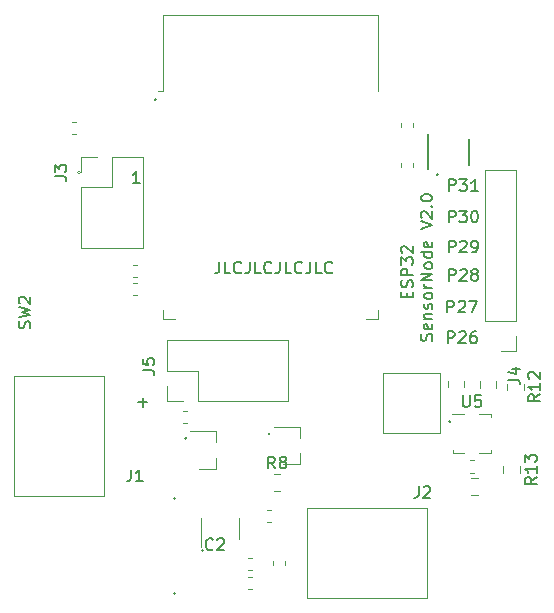
<source format=gbr>
G04 #@! TF.GenerationSoftware,KiCad,Pcbnew,5.1.5+dfsg1-2build2*
G04 #@! TF.CreationDate,2021-08-01T10:53:42+02:00*
G04 #@! TF.ProjectId,Sensor_Nodes,53656e73-6f72-45f4-9e6f-6465732e6b69,rev?*
G04 #@! TF.SameCoordinates,Original*
G04 #@! TF.FileFunction,Legend,Top*
G04 #@! TF.FilePolarity,Positive*
%FSLAX46Y46*%
G04 Gerber Fmt 4.6, Leading zero omitted, Abs format (unit mm)*
G04 Created by KiCad (PCBNEW 5.1.5+dfsg1-2build2) date 2021-08-01 10:53:42*
%MOMM*%
%LPD*%
G04 APERTURE LIST*
%ADD10C,0.120000*%
%ADD11C,0.150000*%
G04 APERTURE END LIST*
D10*
X114550000Y-77950000D02*
G75*
G03X114550000Y-77950000I-100000J0D01*
G01*
X130650000Y-100100000D02*
G75*
G03X130650000Y-100100000I-100000J0D01*
G01*
X123600000Y-100450000D02*
G75*
G03X123600000Y-100450000I-100000J0D01*
G01*
X122661803Y-113600000D02*
G75*
G03X122661803Y-113600000I-111803J0D01*
G01*
X122661803Y-105550000D02*
G75*
G03X122661803Y-105550000I-111803J0D01*
G01*
D11*
X126330952Y-85502380D02*
X126330952Y-86216666D01*
X126283333Y-86359523D01*
X126188095Y-86454761D01*
X126045238Y-86502380D01*
X125950000Y-86502380D01*
X127283333Y-86502380D02*
X126807142Y-86502380D01*
X126807142Y-85502380D01*
X128188095Y-86407142D02*
X128140476Y-86454761D01*
X127997619Y-86502380D01*
X127902380Y-86502380D01*
X127759523Y-86454761D01*
X127664285Y-86359523D01*
X127616666Y-86264285D01*
X127569047Y-86073809D01*
X127569047Y-85930952D01*
X127616666Y-85740476D01*
X127664285Y-85645238D01*
X127759523Y-85550000D01*
X127902380Y-85502380D01*
X127997619Y-85502380D01*
X128140476Y-85550000D01*
X128188095Y-85597619D01*
X128902380Y-85502380D02*
X128902380Y-86216666D01*
X128854761Y-86359523D01*
X128759523Y-86454761D01*
X128616666Y-86502380D01*
X128521428Y-86502380D01*
X129854761Y-86502380D02*
X129378571Y-86502380D01*
X129378571Y-85502380D01*
X130759523Y-86407142D02*
X130711904Y-86454761D01*
X130569047Y-86502380D01*
X130473809Y-86502380D01*
X130330952Y-86454761D01*
X130235714Y-86359523D01*
X130188095Y-86264285D01*
X130140476Y-86073809D01*
X130140476Y-85930952D01*
X130188095Y-85740476D01*
X130235714Y-85645238D01*
X130330952Y-85550000D01*
X130473809Y-85502380D01*
X130569047Y-85502380D01*
X130711904Y-85550000D01*
X130759523Y-85597619D01*
X131473809Y-85502380D02*
X131473809Y-86216666D01*
X131426190Y-86359523D01*
X131330952Y-86454761D01*
X131188095Y-86502380D01*
X131092857Y-86502380D01*
X132426190Y-86502380D02*
X131950000Y-86502380D01*
X131950000Y-85502380D01*
X133330952Y-86407142D02*
X133283333Y-86454761D01*
X133140476Y-86502380D01*
X133045238Y-86502380D01*
X132902380Y-86454761D01*
X132807142Y-86359523D01*
X132759523Y-86264285D01*
X132711904Y-86073809D01*
X132711904Y-85930952D01*
X132759523Y-85740476D01*
X132807142Y-85645238D01*
X132902380Y-85550000D01*
X133045238Y-85502380D01*
X133140476Y-85502380D01*
X133283333Y-85550000D01*
X133330952Y-85597619D01*
X134045238Y-85502380D02*
X134045238Y-86216666D01*
X133997619Y-86359523D01*
X133902380Y-86454761D01*
X133759523Y-86502380D01*
X133664285Y-86502380D01*
X134997619Y-86502380D02*
X134521428Y-86502380D01*
X134521428Y-85502380D01*
X135902380Y-86407142D02*
X135854761Y-86454761D01*
X135711904Y-86502380D01*
X135616666Y-86502380D01*
X135473809Y-86454761D01*
X135378571Y-86359523D01*
X135330952Y-86264285D01*
X135283333Y-86073809D01*
X135283333Y-85930952D01*
X135330952Y-85740476D01*
X135378571Y-85645238D01*
X135473809Y-85550000D01*
X135616666Y-85502380D01*
X135711904Y-85502380D01*
X135854761Y-85550000D01*
X135902380Y-85597619D01*
X142203571Y-88523809D02*
X142203571Y-88190476D01*
X142727380Y-88047619D02*
X142727380Y-88523809D01*
X141727380Y-88523809D01*
X141727380Y-88047619D01*
X142679761Y-87666666D02*
X142727380Y-87523809D01*
X142727380Y-87285714D01*
X142679761Y-87190476D01*
X142632142Y-87142857D01*
X142536904Y-87095238D01*
X142441666Y-87095238D01*
X142346428Y-87142857D01*
X142298809Y-87190476D01*
X142251190Y-87285714D01*
X142203571Y-87476190D01*
X142155952Y-87571428D01*
X142108333Y-87619047D01*
X142013095Y-87666666D01*
X141917857Y-87666666D01*
X141822619Y-87619047D01*
X141775000Y-87571428D01*
X141727380Y-87476190D01*
X141727380Y-87238095D01*
X141775000Y-87095238D01*
X142727380Y-86666666D02*
X141727380Y-86666666D01*
X141727380Y-86285714D01*
X141775000Y-86190476D01*
X141822619Y-86142857D01*
X141917857Y-86095238D01*
X142060714Y-86095238D01*
X142155952Y-86142857D01*
X142203571Y-86190476D01*
X142251190Y-86285714D01*
X142251190Y-86666666D01*
X141727380Y-85761904D02*
X141727380Y-85142857D01*
X142108333Y-85476190D01*
X142108333Y-85333333D01*
X142155952Y-85238095D01*
X142203571Y-85190476D01*
X142298809Y-85142857D01*
X142536904Y-85142857D01*
X142632142Y-85190476D01*
X142679761Y-85238095D01*
X142727380Y-85333333D01*
X142727380Y-85619047D01*
X142679761Y-85714285D01*
X142632142Y-85761904D01*
X141822619Y-84761904D02*
X141775000Y-84714285D01*
X141727380Y-84619047D01*
X141727380Y-84380952D01*
X141775000Y-84285714D01*
X141822619Y-84238095D01*
X141917857Y-84190476D01*
X142013095Y-84190476D01*
X142155952Y-84238095D01*
X142727380Y-84809523D01*
X142727380Y-84190476D01*
X144329761Y-92190476D02*
X144377380Y-92047619D01*
X144377380Y-91809523D01*
X144329761Y-91714285D01*
X144282142Y-91666666D01*
X144186904Y-91619047D01*
X144091666Y-91619047D01*
X143996428Y-91666666D01*
X143948809Y-91714285D01*
X143901190Y-91809523D01*
X143853571Y-92000000D01*
X143805952Y-92095238D01*
X143758333Y-92142857D01*
X143663095Y-92190476D01*
X143567857Y-92190476D01*
X143472619Y-92142857D01*
X143425000Y-92095238D01*
X143377380Y-92000000D01*
X143377380Y-91761904D01*
X143425000Y-91619047D01*
X144329761Y-90809523D02*
X144377380Y-90904761D01*
X144377380Y-91095238D01*
X144329761Y-91190476D01*
X144234523Y-91238095D01*
X143853571Y-91238095D01*
X143758333Y-91190476D01*
X143710714Y-91095238D01*
X143710714Y-90904761D01*
X143758333Y-90809523D01*
X143853571Y-90761904D01*
X143948809Y-90761904D01*
X144044047Y-91238095D01*
X143710714Y-90333333D02*
X144377380Y-90333333D01*
X143805952Y-90333333D02*
X143758333Y-90285714D01*
X143710714Y-90190476D01*
X143710714Y-90047619D01*
X143758333Y-89952380D01*
X143853571Y-89904761D01*
X144377380Y-89904761D01*
X144329761Y-89476190D02*
X144377380Y-89380952D01*
X144377380Y-89190476D01*
X144329761Y-89095238D01*
X144234523Y-89047619D01*
X144186904Y-89047619D01*
X144091666Y-89095238D01*
X144044047Y-89190476D01*
X144044047Y-89333333D01*
X143996428Y-89428571D01*
X143901190Y-89476190D01*
X143853571Y-89476190D01*
X143758333Y-89428571D01*
X143710714Y-89333333D01*
X143710714Y-89190476D01*
X143758333Y-89095238D01*
X144377380Y-88476190D02*
X144329761Y-88571428D01*
X144282142Y-88619047D01*
X144186904Y-88666666D01*
X143901190Y-88666666D01*
X143805952Y-88619047D01*
X143758333Y-88571428D01*
X143710714Y-88476190D01*
X143710714Y-88333333D01*
X143758333Y-88238095D01*
X143805952Y-88190476D01*
X143901190Y-88142857D01*
X144186904Y-88142857D01*
X144282142Y-88190476D01*
X144329761Y-88238095D01*
X144377380Y-88333333D01*
X144377380Y-88476190D01*
X144377380Y-87714285D02*
X143710714Y-87714285D01*
X143901190Y-87714285D02*
X143805952Y-87666666D01*
X143758333Y-87619047D01*
X143710714Y-87523809D01*
X143710714Y-87428571D01*
X144377380Y-87095238D02*
X143377380Y-87095238D01*
X144377380Y-86523809D01*
X143377380Y-86523809D01*
X144377380Y-85904761D02*
X144329761Y-86000000D01*
X144282142Y-86047619D01*
X144186904Y-86095238D01*
X143901190Y-86095238D01*
X143805952Y-86047619D01*
X143758333Y-86000000D01*
X143710714Y-85904761D01*
X143710714Y-85761904D01*
X143758333Y-85666666D01*
X143805952Y-85619047D01*
X143901190Y-85571428D01*
X144186904Y-85571428D01*
X144282142Y-85619047D01*
X144329761Y-85666666D01*
X144377380Y-85761904D01*
X144377380Y-85904761D01*
X144377380Y-84714285D02*
X143377380Y-84714285D01*
X144329761Y-84714285D02*
X144377380Y-84809523D01*
X144377380Y-85000000D01*
X144329761Y-85095238D01*
X144282142Y-85142857D01*
X144186904Y-85190476D01*
X143901190Y-85190476D01*
X143805952Y-85142857D01*
X143758333Y-85095238D01*
X143710714Y-85000000D01*
X143710714Y-84809523D01*
X143758333Y-84714285D01*
X144329761Y-83857142D02*
X144377380Y-83952380D01*
X144377380Y-84142857D01*
X144329761Y-84238095D01*
X144234523Y-84285714D01*
X143853571Y-84285714D01*
X143758333Y-84238095D01*
X143710714Y-84142857D01*
X143710714Y-83952380D01*
X143758333Y-83857142D01*
X143853571Y-83809523D01*
X143948809Y-83809523D01*
X144044047Y-84285714D01*
X143377380Y-82761904D02*
X144377380Y-82428571D01*
X143377380Y-82095238D01*
X143472619Y-81809523D02*
X143425000Y-81761904D01*
X143377380Y-81666666D01*
X143377380Y-81428571D01*
X143425000Y-81333333D01*
X143472619Y-81285714D01*
X143567857Y-81238095D01*
X143663095Y-81238095D01*
X143805952Y-81285714D01*
X144377380Y-81857142D01*
X144377380Y-81238095D01*
X144282142Y-80809523D02*
X144329761Y-80761904D01*
X144377380Y-80809523D01*
X144329761Y-80857142D01*
X144282142Y-80809523D01*
X144377380Y-80809523D01*
X143377380Y-80142857D02*
X143377380Y-80047619D01*
X143425000Y-79952380D01*
X143472619Y-79904761D01*
X143567857Y-79857142D01*
X143758333Y-79809523D01*
X143996428Y-79809523D01*
X144186904Y-79857142D01*
X144282142Y-79904761D01*
X144329761Y-79952380D01*
X144377380Y-80047619D01*
X144377380Y-80142857D01*
X144329761Y-80238095D01*
X144282142Y-80285714D01*
X144186904Y-80333333D01*
X143996428Y-80380952D01*
X143758333Y-80380952D01*
X143567857Y-80333333D01*
X143472619Y-80285714D01*
X143425000Y-80238095D01*
X143377380Y-80142857D01*
X119469047Y-97421428D02*
X120230952Y-97421428D01*
X119850000Y-97802380D02*
X119850000Y-97040476D01*
X119585714Y-78852380D02*
X119014285Y-78852380D01*
X119300000Y-78852380D02*
X119300000Y-77852380D01*
X119204761Y-77995238D01*
X119109523Y-78090476D01*
X119014285Y-78138095D01*
D10*
X125000000Y-109950000D02*
G75*
G03X125000000Y-109950000I-100000J0D01*
G01*
X145950000Y-99050000D02*
G75*
G03X145950000Y-99050000I-100000J0D01*
G01*
X144900000Y-78150000D02*
G75*
G03X144900000Y-78150000I-100000J0D01*
G01*
X121011803Y-71800000D02*
G75*
G03X121011803Y-71800000I-111803J0D01*
G01*
D11*
X145768714Y-79515380D02*
X145768714Y-78515380D01*
X146149666Y-78515380D01*
X146244904Y-78563000D01*
X146292523Y-78610619D01*
X146340142Y-78705857D01*
X146340142Y-78848714D01*
X146292523Y-78943952D01*
X146244904Y-78991571D01*
X146149666Y-79039190D01*
X145768714Y-79039190D01*
X146673476Y-78515380D02*
X147292523Y-78515380D01*
X146959190Y-78896333D01*
X147102047Y-78896333D01*
X147197285Y-78943952D01*
X147244904Y-78991571D01*
X147292523Y-79086809D01*
X147292523Y-79324904D01*
X147244904Y-79420142D01*
X147197285Y-79467761D01*
X147102047Y-79515380D01*
X146816333Y-79515380D01*
X146721095Y-79467761D01*
X146673476Y-79420142D01*
X148244904Y-79515380D02*
X147673476Y-79515380D01*
X147959190Y-79515380D02*
X147959190Y-78515380D01*
X147863952Y-78658238D01*
X147768714Y-78753476D01*
X147673476Y-78801095D01*
X145768714Y-82182380D02*
X145768714Y-81182380D01*
X146149666Y-81182380D01*
X146244904Y-81230000D01*
X146292523Y-81277619D01*
X146340142Y-81372857D01*
X146340142Y-81515714D01*
X146292523Y-81610952D01*
X146244904Y-81658571D01*
X146149666Y-81706190D01*
X145768714Y-81706190D01*
X146673476Y-81182380D02*
X147292523Y-81182380D01*
X146959190Y-81563333D01*
X147102047Y-81563333D01*
X147197285Y-81610952D01*
X147244904Y-81658571D01*
X147292523Y-81753809D01*
X147292523Y-81991904D01*
X147244904Y-82087142D01*
X147197285Y-82134761D01*
X147102047Y-82182380D01*
X146816333Y-82182380D01*
X146721095Y-82134761D01*
X146673476Y-82087142D01*
X147911571Y-81182380D02*
X148006809Y-81182380D01*
X148102047Y-81230000D01*
X148149666Y-81277619D01*
X148197285Y-81372857D01*
X148244904Y-81563333D01*
X148244904Y-81801428D01*
X148197285Y-81991904D01*
X148149666Y-82087142D01*
X148102047Y-82134761D01*
X148006809Y-82182380D01*
X147911571Y-82182380D01*
X147816333Y-82134761D01*
X147768714Y-82087142D01*
X147721095Y-81991904D01*
X147673476Y-81801428D01*
X147673476Y-81563333D01*
X147721095Y-81372857D01*
X147768714Y-81277619D01*
X147816333Y-81230000D01*
X147911571Y-81182380D01*
X145768714Y-84722380D02*
X145768714Y-83722380D01*
X146149666Y-83722380D01*
X146244904Y-83770000D01*
X146292523Y-83817619D01*
X146340142Y-83912857D01*
X146340142Y-84055714D01*
X146292523Y-84150952D01*
X146244904Y-84198571D01*
X146149666Y-84246190D01*
X145768714Y-84246190D01*
X146721095Y-83817619D02*
X146768714Y-83770000D01*
X146863952Y-83722380D01*
X147102047Y-83722380D01*
X147197285Y-83770000D01*
X147244904Y-83817619D01*
X147292523Y-83912857D01*
X147292523Y-84008095D01*
X147244904Y-84150952D01*
X146673476Y-84722380D01*
X147292523Y-84722380D01*
X147768714Y-84722380D02*
X147959190Y-84722380D01*
X148054428Y-84674761D01*
X148102047Y-84627142D01*
X148197285Y-84484285D01*
X148244904Y-84293809D01*
X148244904Y-83912857D01*
X148197285Y-83817619D01*
X148149666Y-83770000D01*
X148054428Y-83722380D01*
X147863952Y-83722380D01*
X147768714Y-83770000D01*
X147721095Y-83817619D01*
X147673476Y-83912857D01*
X147673476Y-84150952D01*
X147721095Y-84246190D01*
X147768714Y-84293809D01*
X147863952Y-84341428D01*
X148054428Y-84341428D01*
X148149666Y-84293809D01*
X148197285Y-84246190D01*
X148244904Y-84150952D01*
X145768714Y-87135380D02*
X145768714Y-86135380D01*
X146149666Y-86135380D01*
X146244904Y-86183000D01*
X146292523Y-86230619D01*
X146340142Y-86325857D01*
X146340142Y-86468714D01*
X146292523Y-86563952D01*
X146244904Y-86611571D01*
X146149666Y-86659190D01*
X145768714Y-86659190D01*
X146721095Y-86230619D02*
X146768714Y-86183000D01*
X146863952Y-86135380D01*
X147102047Y-86135380D01*
X147197285Y-86183000D01*
X147244904Y-86230619D01*
X147292523Y-86325857D01*
X147292523Y-86421095D01*
X147244904Y-86563952D01*
X146673476Y-87135380D01*
X147292523Y-87135380D01*
X147863952Y-86563952D02*
X147768714Y-86516333D01*
X147721095Y-86468714D01*
X147673476Y-86373476D01*
X147673476Y-86325857D01*
X147721095Y-86230619D01*
X147768714Y-86183000D01*
X147863952Y-86135380D01*
X148054428Y-86135380D01*
X148149666Y-86183000D01*
X148197285Y-86230619D01*
X148244904Y-86325857D01*
X148244904Y-86373476D01*
X148197285Y-86468714D01*
X148149666Y-86516333D01*
X148054428Y-86563952D01*
X147863952Y-86563952D01*
X147768714Y-86611571D01*
X147721095Y-86659190D01*
X147673476Y-86754428D01*
X147673476Y-86944904D01*
X147721095Y-87040142D01*
X147768714Y-87087761D01*
X147863952Y-87135380D01*
X148054428Y-87135380D01*
X148149666Y-87087761D01*
X148197285Y-87040142D01*
X148244904Y-86944904D01*
X148244904Y-86754428D01*
X148197285Y-86659190D01*
X148149666Y-86611571D01*
X148054428Y-86563952D01*
X145641714Y-89802380D02*
X145641714Y-88802380D01*
X146022666Y-88802380D01*
X146117904Y-88850000D01*
X146165523Y-88897619D01*
X146213142Y-88992857D01*
X146213142Y-89135714D01*
X146165523Y-89230952D01*
X146117904Y-89278571D01*
X146022666Y-89326190D01*
X145641714Y-89326190D01*
X146594095Y-88897619D02*
X146641714Y-88850000D01*
X146736952Y-88802380D01*
X146975047Y-88802380D01*
X147070285Y-88850000D01*
X147117904Y-88897619D01*
X147165523Y-88992857D01*
X147165523Y-89088095D01*
X147117904Y-89230952D01*
X146546476Y-89802380D01*
X147165523Y-89802380D01*
X147498857Y-88802380D02*
X148165523Y-88802380D01*
X147736952Y-89802380D01*
X145685714Y-92402380D02*
X145685714Y-91402380D01*
X146066666Y-91402380D01*
X146161904Y-91450000D01*
X146209523Y-91497619D01*
X146257142Y-91592857D01*
X146257142Y-91735714D01*
X146209523Y-91830952D01*
X146161904Y-91878571D01*
X146066666Y-91926190D01*
X145685714Y-91926190D01*
X146638095Y-91497619D02*
X146685714Y-91450000D01*
X146780952Y-91402380D01*
X147019047Y-91402380D01*
X147114285Y-91450000D01*
X147161904Y-91497619D01*
X147209523Y-91592857D01*
X147209523Y-91688095D01*
X147161904Y-91830952D01*
X146590476Y-92402380D01*
X147209523Y-92402380D01*
X148066666Y-91402380D02*
X147876190Y-91402380D01*
X147780952Y-91450000D01*
X147733333Y-91497619D01*
X147638095Y-91640476D01*
X147590476Y-91830952D01*
X147590476Y-92211904D01*
X147638095Y-92307142D01*
X147685714Y-92354761D01*
X147780952Y-92402380D01*
X147971428Y-92402380D01*
X148066666Y-92354761D01*
X148114285Y-92307142D01*
X148161904Y-92211904D01*
X148161904Y-91973809D01*
X148114285Y-91878571D01*
X148066666Y-91830952D01*
X147971428Y-91783333D01*
X147780952Y-91783333D01*
X147685714Y-91830952D01*
X147638095Y-91878571D01*
X147590476Y-91973809D01*
D10*
X121920000Y-97330000D02*
X121920000Y-96000000D01*
X123250000Y-97330000D02*
X121920000Y-97330000D01*
X121920000Y-94730000D02*
X121920000Y-92130000D01*
X124520000Y-94730000D02*
X121920000Y-94730000D01*
X124520000Y-97330000D02*
X124520000Y-94730000D01*
X121920000Y-92130000D02*
X132200000Y-92130000D01*
X124520000Y-97330000D02*
X132200000Y-97330000D01*
X132200000Y-97330000D02*
X132200000Y-92130000D01*
X121563000Y-71073000D02*
X121183000Y-71073000D01*
X121563000Y-64653000D02*
X121563000Y-71073000D01*
X139803000Y-64653000D02*
X139803000Y-71073000D01*
X121563000Y-64653000D02*
X139803000Y-64653000D01*
X139803000Y-90398000D02*
X138803000Y-90398000D01*
X139803000Y-89618000D02*
X139803000Y-90398000D01*
X121563000Y-90398000D02*
X122563000Y-90398000D01*
X121563000Y-89618000D02*
X121563000Y-90398000D01*
X151488000Y-93093000D02*
X150158000Y-93093000D01*
X151488000Y-91763000D02*
X151488000Y-93093000D01*
X151488000Y-90493000D02*
X148828000Y-90493000D01*
X148828000Y-90493000D02*
X148828000Y-77733000D01*
X151488000Y-90493000D02*
X151488000Y-77733000D01*
X151488000Y-77733000D02*
X148828000Y-77733000D01*
X123253733Y-99160000D02*
X123596267Y-99160000D01*
X123253733Y-98140000D02*
X123596267Y-98140000D01*
D11*
X147450000Y-75096000D02*
X147450000Y-77296000D01*
X144050000Y-74721000D02*
X144050000Y-77671000D01*
D10*
X128051200Y-108977600D02*
X128051200Y-107177600D01*
X124831200Y-107177600D02*
X124831200Y-109627600D01*
X128770532Y-112190400D02*
X129113066Y-112190400D01*
X128770532Y-113210400D02*
X129113066Y-113210400D01*
X130858800Y-111183867D02*
X130858800Y-110841333D01*
X131878800Y-111183867D02*
X131878800Y-110841333D01*
X142710000Y-77496267D02*
X142710000Y-77153733D01*
X141690000Y-77496267D02*
X141690000Y-77153733D01*
X141696000Y-73724732D02*
X141696000Y-74067266D01*
X142716000Y-73724732D02*
X142716000Y-74067266D01*
X147586933Y-103353000D02*
X147929467Y-103353000D01*
X147586933Y-102333000D02*
X147929467Y-102333000D01*
X113860733Y-74678000D02*
X114203267Y-74678000D01*
X113860733Y-73658000D02*
X114203267Y-73658000D01*
X128770532Y-110615600D02*
X129113066Y-110615600D01*
X128770532Y-111635600D02*
X129113066Y-111635600D01*
X119364866Y-87307999D02*
X119022332Y-87307999D01*
X119364866Y-88327999D02*
X119022332Y-88327999D01*
X119016932Y-86768400D02*
X119359466Y-86768400D01*
X119016932Y-85748400D02*
X119359466Y-85748400D01*
X133160000Y-102630000D02*
X133160000Y-101700000D01*
X133160000Y-99470000D02*
X133160000Y-100400000D01*
X133160000Y-99470000D02*
X131000000Y-99470000D01*
X133160000Y-102630000D02*
X131700000Y-102630000D01*
X126060000Y-103030000D02*
X124600000Y-103030000D01*
X126060000Y-99870000D02*
X123900000Y-99870000D01*
X126060000Y-99870000D02*
X126060000Y-100800000D01*
X126060000Y-103030000D02*
X126060000Y-102100000D01*
X140164000Y-100040000D02*
X140164000Y-94960000D01*
X144990000Y-100040000D02*
X140164000Y-100040000D01*
X144990000Y-94960000D02*
X144990000Y-100040000D01*
X140164000Y-94960000D02*
X144990000Y-94960000D01*
X114670000Y-76620000D02*
X116000000Y-76620000D01*
X114670000Y-77950000D02*
X114670000Y-76620000D01*
X117270000Y-76620000D02*
X119870000Y-76620000D01*
X117270000Y-79220000D02*
X117270000Y-76620000D01*
X114670000Y-79220000D02*
X117270000Y-79220000D01*
X119870000Y-76620000D02*
X119870000Y-84360000D01*
X114670000Y-79220000D02*
X114670000Y-84360000D01*
X114670000Y-84360000D02*
X119870000Y-84360000D01*
X143930000Y-113952000D02*
X138850000Y-113952000D01*
X143930000Y-106332000D02*
X143930000Y-113952000D01*
X133770000Y-106332000D02*
X143930000Y-106332000D01*
X133770000Y-113952000D02*
X133770000Y-106332000D01*
X138850000Y-113952000D02*
X133770000Y-113952000D01*
X108952000Y-105347800D02*
X108952000Y-100267800D01*
X116572000Y-105347800D02*
X108952000Y-105347800D01*
X116572000Y-95187800D02*
X116572000Y-105347800D01*
X108952000Y-95187800D02*
X116572000Y-95187800D01*
X108952000Y-100267800D02*
X108952000Y-95187800D01*
X149810000Y-96161252D02*
X149810000Y-95638748D01*
X148390000Y-96161252D02*
X148390000Y-95638748D01*
X147085200Y-96136253D02*
X147085200Y-95613749D01*
X145665200Y-96136253D02*
X145665200Y-95613749D01*
X147692448Y-105267500D02*
X148214952Y-105267500D01*
X147692448Y-103847500D02*
X148214952Y-103847500D01*
X130403734Y-106490000D02*
X130746268Y-106490000D01*
X130403734Y-107510000D02*
X130746268Y-107510000D01*
X130963749Y-103490000D02*
X131486253Y-103490000D01*
X130963749Y-104910000D02*
X131486253Y-104910000D01*
X150690000Y-95838748D02*
X150690000Y-96361252D01*
X152110000Y-95838748D02*
X152110000Y-96361252D01*
X151810000Y-102838748D02*
X151810000Y-103361252D01*
X150390000Y-102838748D02*
X150390000Y-103361252D01*
X146090000Y-101430000D02*
X146090000Y-101660000D01*
X146090000Y-101660000D02*
X147065000Y-101660000D01*
X149310000Y-101430000D02*
X149310000Y-101660000D01*
X148335000Y-101660000D02*
X149310000Y-101660000D01*
X148335000Y-98440000D02*
X149310000Y-98440000D01*
X149310000Y-98440000D02*
X149310000Y-98670000D01*
X146060000Y-98440000D02*
X147065000Y-98440000D01*
D11*
X119852380Y-94683333D02*
X120566666Y-94683333D01*
X120709523Y-94730952D01*
X120804761Y-94826190D01*
X120852380Y-94969047D01*
X120852380Y-95064285D01*
X119852380Y-93730952D02*
X119852380Y-94207142D01*
X120328571Y-94254761D01*
X120280952Y-94207142D01*
X120233333Y-94111904D01*
X120233333Y-93873809D01*
X120280952Y-93778571D01*
X120328571Y-93730952D01*
X120423809Y-93683333D01*
X120661904Y-93683333D01*
X120757142Y-93730952D01*
X120804761Y-93778571D01*
X120852380Y-93873809D01*
X120852380Y-94111904D01*
X120804761Y-94207142D01*
X120757142Y-94254761D01*
X150802380Y-95483333D02*
X151516666Y-95483333D01*
X151659523Y-95530952D01*
X151754761Y-95626190D01*
X151802380Y-95769047D01*
X151802380Y-95864285D01*
X151135714Y-94578571D02*
X151802380Y-94578571D01*
X150754761Y-94816666D02*
X151469047Y-95054761D01*
X151469047Y-94435714D01*
X110304761Y-91133333D02*
X110352380Y-90990476D01*
X110352380Y-90752380D01*
X110304761Y-90657142D01*
X110257142Y-90609523D01*
X110161904Y-90561904D01*
X110066666Y-90561904D01*
X109971428Y-90609523D01*
X109923809Y-90657142D01*
X109876190Y-90752380D01*
X109828571Y-90942857D01*
X109780952Y-91038095D01*
X109733333Y-91085714D01*
X109638095Y-91133333D01*
X109542857Y-91133333D01*
X109447619Y-91085714D01*
X109400000Y-91038095D01*
X109352380Y-90942857D01*
X109352380Y-90704761D01*
X109400000Y-90561904D01*
X109352380Y-90228571D02*
X110352380Y-89990476D01*
X109638095Y-89800000D01*
X110352380Y-89609523D01*
X109352380Y-89371428D01*
X109447619Y-89038095D02*
X109400000Y-88990476D01*
X109352380Y-88895238D01*
X109352380Y-88657142D01*
X109400000Y-88561904D01*
X109447619Y-88514285D01*
X109542857Y-88466666D01*
X109638095Y-88466666D01*
X109780952Y-88514285D01*
X110352380Y-89085714D01*
X110352380Y-88466666D01*
X112402380Y-78283333D02*
X113116666Y-78283333D01*
X113259523Y-78330952D01*
X113354761Y-78426190D01*
X113402380Y-78569047D01*
X113402380Y-78664285D01*
X112402380Y-77902380D02*
X112402380Y-77283333D01*
X112783333Y-77616666D01*
X112783333Y-77473809D01*
X112830952Y-77378571D01*
X112878571Y-77330952D01*
X112973809Y-77283333D01*
X113211904Y-77283333D01*
X113307142Y-77330952D01*
X113354761Y-77378571D01*
X113402380Y-77473809D01*
X113402380Y-77759523D01*
X113354761Y-77854761D01*
X113307142Y-77902380D01*
X143216666Y-104502380D02*
X143216666Y-105216666D01*
X143169047Y-105359523D01*
X143073809Y-105454761D01*
X142930952Y-105502380D01*
X142835714Y-105502380D01*
X143645238Y-104597619D02*
X143692857Y-104550000D01*
X143788095Y-104502380D01*
X144026190Y-104502380D01*
X144121428Y-104550000D01*
X144169047Y-104597619D01*
X144216666Y-104692857D01*
X144216666Y-104788095D01*
X144169047Y-104930952D01*
X143597619Y-105502380D01*
X144216666Y-105502380D01*
X118866666Y-103102380D02*
X118866666Y-103816666D01*
X118819047Y-103959523D01*
X118723809Y-104054761D01*
X118580952Y-104102380D01*
X118485714Y-104102380D01*
X119866666Y-104102380D02*
X119295238Y-104102380D01*
X119580952Y-104102380D02*
X119580952Y-103102380D01*
X119485714Y-103245238D01*
X119390476Y-103340476D01*
X119295238Y-103388095D01*
X125798333Y-109837142D02*
X125750714Y-109884761D01*
X125607857Y-109932380D01*
X125512619Y-109932380D01*
X125369761Y-109884761D01*
X125274523Y-109789523D01*
X125226904Y-109694285D01*
X125179285Y-109503809D01*
X125179285Y-109360952D01*
X125226904Y-109170476D01*
X125274523Y-109075238D01*
X125369761Y-108980000D01*
X125512619Y-108932380D01*
X125607857Y-108932380D01*
X125750714Y-108980000D01*
X125798333Y-109027619D01*
X126179285Y-109027619D02*
X126226904Y-108980000D01*
X126322142Y-108932380D01*
X126560238Y-108932380D01*
X126655476Y-108980000D01*
X126703095Y-109027619D01*
X126750714Y-109122857D01*
X126750714Y-109218095D01*
X126703095Y-109360952D01*
X126131666Y-109932380D01*
X126750714Y-109932380D01*
X131058334Y-103002380D02*
X130725001Y-102526190D01*
X130486905Y-103002380D02*
X130486905Y-102002380D01*
X130867858Y-102002380D01*
X130963096Y-102050000D01*
X131010715Y-102097619D01*
X131058334Y-102192857D01*
X131058334Y-102335714D01*
X131010715Y-102430952D01*
X130963096Y-102478571D01*
X130867858Y-102526190D01*
X130486905Y-102526190D01*
X131629762Y-102430952D02*
X131534524Y-102383333D01*
X131486905Y-102335714D01*
X131439286Y-102240476D01*
X131439286Y-102192857D01*
X131486905Y-102097619D01*
X131534524Y-102050000D01*
X131629762Y-102002380D01*
X131820239Y-102002380D01*
X131915477Y-102050000D01*
X131963096Y-102097619D01*
X132010715Y-102192857D01*
X132010715Y-102240476D01*
X131963096Y-102335714D01*
X131915477Y-102383333D01*
X131820239Y-102430952D01*
X131629762Y-102430952D01*
X131534524Y-102478571D01*
X131486905Y-102526190D01*
X131439286Y-102621428D01*
X131439286Y-102811904D01*
X131486905Y-102907142D01*
X131534524Y-102954761D01*
X131629762Y-103002380D01*
X131820239Y-103002380D01*
X131915477Y-102954761D01*
X131963096Y-102907142D01*
X132010715Y-102811904D01*
X132010715Y-102621428D01*
X131963096Y-102526190D01*
X131915477Y-102478571D01*
X131820239Y-102430952D01*
X153502380Y-96742857D02*
X153026190Y-97076190D01*
X153502380Y-97314285D02*
X152502380Y-97314285D01*
X152502380Y-96933333D01*
X152550000Y-96838095D01*
X152597619Y-96790476D01*
X152692857Y-96742857D01*
X152835714Y-96742857D01*
X152930952Y-96790476D01*
X152978571Y-96838095D01*
X153026190Y-96933333D01*
X153026190Y-97314285D01*
X153502380Y-95790476D02*
X153502380Y-96361904D01*
X153502380Y-96076190D02*
X152502380Y-96076190D01*
X152645238Y-96171428D01*
X152740476Y-96266666D01*
X152788095Y-96361904D01*
X152597619Y-95409523D02*
X152550000Y-95361904D01*
X152502380Y-95266666D01*
X152502380Y-95028571D01*
X152550000Y-94933333D01*
X152597619Y-94885714D01*
X152692857Y-94838095D01*
X152788095Y-94838095D01*
X152930952Y-94885714D01*
X153502380Y-95457142D01*
X153502380Y-94838095D01*
X153202380Y-103742857D02*
X152726190Y-104076190D01*
X153202380Y-104314285D02*
X152202380Y-104314285D01*
X152202380Y-103933333D01*
X152250000Y-103838095D01*
X152297619Y-103790476D01*
X152392857Y-103742857D01*
X152535714Y-103742857D01*
X152630952Y-103790476D01*
X152678571Y-103838095D01*
X152726190Y-103933333D01*
X152726190Y-104314285D01*
X153202380Y-102790476D02*
X153202380Y-103361904D01*
X153202380Y-103076190D02*
X152202380Y-103076190D01*
X152345238Y-103171428D01*
X152440476Y-103266666D01*
X152488095Y-103361904D01*
X152202380Y-102457142D02*
X152202380Y-101838095D01*
X152583333Y-102171428D01*
X152583333Y-102028571D01*
X152630952Y-101933333D01*
X152678571Y-101885714D01*
X152773809Y-101838095D01*
X153011904Y-101838095D01*
X153107142Y-101885714D01*
X153154761Y-101933333D01*
X153202380Y-102028571D01*
X153202380Y-102314285D01*
X153154761Y-102409523D01*
X153107142Y-102457142D01*
X146958415Y-96802380D02*
X146958415Y-97611904D01*
X147006034Y-97707142D01*
X147053653Y-97754761D01*
X147148891Y-97802380D01*
X147339367Y-97802380D01*
X147434605Y-97754761D01*
X147482224Y-97707142D01*
X147529843Y-97611904D01*
X147529843Y-96802380D01*
X148482224Y-96802380D02*
X148006034Y-96802380D01*
X147958415Y-97278571D01*
X148006034Y-97230952D01*
X148101272Y-97183333D01*
X148339367Y-97183333D01*
X148434605Y-97230952D01*
X148482224Y-97278571D01*
X148529843Y-97373809D01*
X148529843Y-97611904D01*
X148482224Y-97707142D01*
X148434605Y-97754761D01*
X148339367Y-97802380D01*
X148101272Y-97802380D01*
X148006034Y-97754761D01*
X147958415Y-97707142D01*
M02*

</source>
